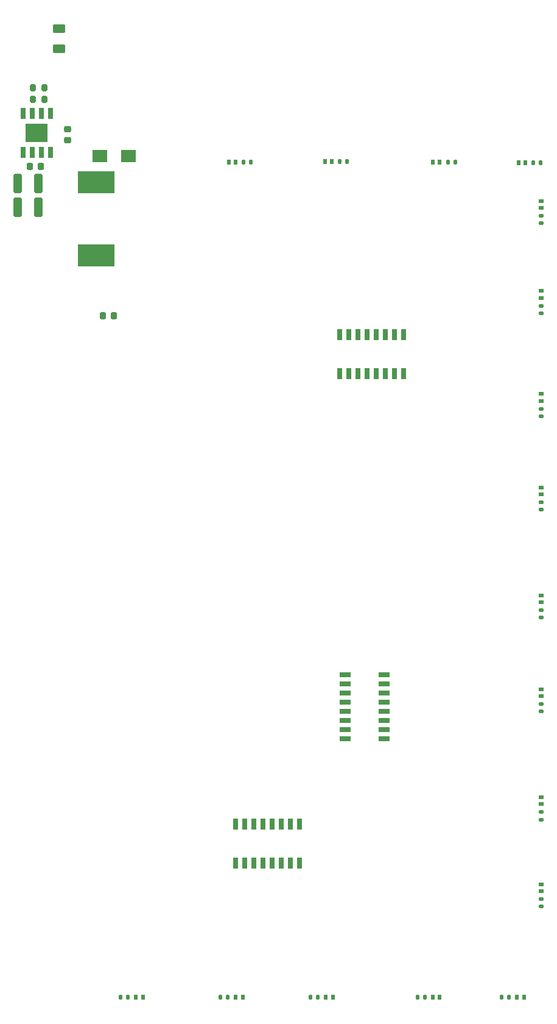
<source format=gtp>
G04 #@! TF.GenerationSoftware,KiCad,Pcbnew,(6.0.11)*
G04 #@! TF.CreationDate,2023-07-05T10:17:47+03:00*
G04 #@! TF.ProjectId,Pi Zero_Relay,5069205a-6572-46f5-9f52-656c61792e6b,rev?*
G04 #@! TF.SameCoordinates,Original*
G04 #@! TF.FileFunction,Paste,Top*
G04 #@! TF.FilePolarity,Positive*
%FSLAX46Y46*%
G04 Gerber Fmt 4.6, Leading zero omitted, Abs format (unit mm)*
G04 Created by KiCad (PCBNEW (6.0.11)) date 2023-07-05 10:17:47*
%MOMM*%
%LPD*%
G01*
G04 APERTURE LIST*
G04 Aperture macros list*
%AMRoundRect*
0 Rectangle with rounded corners*
0 $1 Rounding radius*
0 $2 $3 $4 $5 $6 $7 $8 $9 X,Y pos of 4 corners*
0 Add a 4 corners polygon primitive as box body*
4,1,4,$2,$3,$4,$5,$6,$7,$8,$9,$2,$3,0*
0 Add four circle primitives for the rounded corners*
1,1,$1+$1,$2,$3*
1,1,$1+$1,$4,$5*
1,1,$1+$1,$6,$7*
1,1,$1+$1,$8,$9*
0 Add four rect primitives between the rounded corners*
20,1,$1+$1,$2,$3,$4,$5,0*
20,1,$1+$1,$4,$5,$6,$7,0*
20,1,$1+$1,$6,$7,$8,$9,0*
20,1,$1+$1,$8,$9,$2,$3,0*%
G04 Aperture macros list end*
%ADD10RoundRect,0.225000X-0.225000X-0.250000X0.225000X-0.250000X0.225000X0.250000X-0.225000X0.250000X0*%
%ADD11RoundRect,0.135000X-0.135000X-0.185000X0.135000X-0.185000X0.135000X0.185000X-0.135000X0.185000X0*%
%ADD12RoundRect,0.135000X0.185000X-0.135000X0.185000X0.135000X-0.185000X0.135000X-0.185000X-0.135000X0*%
%ADD13RoundRect,0.200000X0.200000X0.275000X-0.200000X0.275000X-0.200000X-0.275000X0.200000X-0.275000X0*%
%ADD14R,0.600000X0.700000*%
%ADD15RoundRect,0.135000X0.135000X0.185000X-0.135000X0.185000X-0.135000X-0.185000X0.135000X-0.185000X0*%
%ADD16RoundRect,0.250000X-0.325000X-1.100000X0.325000X-1.100000X0.325000X1.100000X-0.325000X1.100000X0*%
%ADD17R,0.650000X1.525000*%
%ADD18RoundRect,0.200000X-0.200000X-0.275000X0.200000X-0.275000X0.200000X0.275000X-0.200000X0.275000X0*%
%ADD19RoundRect,0.225000X0.250000X-0.225000X0.250000X0.225000X-0.250000X0.225000X-0.250000X-0.225000X0*%
%ADD20R,0.700000X0.600000*%
%ADD21R,1.525000X0.650000*%
%ADD22RoundRect,0.250000X-0.625000X0.375000X-0.625000X-0.375000X0.625000X-0.375000X0.625000X0.375000X0*%
%ADD23R,2.020000X1.670000*%
%ADD24R,3.100000X2.600000*%
%ADD25R,5.100000X3.150000*%
G04 APERTURE END LIST*
D10*
X213550000Y-134900000D03*
X215100000Y-134900000D03*
D11*
X267515000Y-250300000D03*
X268535000Y-250300000D03*
D12*
X284725000Y-237725000D03*
X284725000Y-236705000D03*
D13*
X215650000Y-124000000D03*
X214000000Y-124000000D03*
D10*
X223719577Y-155634332D03*
X225269577Y-155634332D03*
D14*
X229300000Y-250300000D03*
X228350000Y-250300000D03*
D15*
X257722500Y-134270000D03*
X256702500Y-134270000D03*
D12*
X284725000Y-182610000D03*
X284725000Y-181590000D03*
D16*
X211850000Y-140600000D03*
X214800000Y-140600000D03*
D12*
X284725000Y-155285000D03*
X284725000Y-154265000D03*
D14*
X270600000Y-250300000D03*
X269650000Y-250300000D03*
D17*
X251070000Y-226288000D03*
X249800000Y-226288000D03*
X248530000Y-226288000D03*
X247260000Y-226288000D03*
X245990000Y-226288000D03*
X244720000Y-226288000D03*
X243450000Y-226288000D03*
X242180000Y-226288000D03*
X242180000Y-231712000D03*
X243450000Y-231712000D03*
X244720000Y-231712000D03*
X245990000Y-231712000D03*
X247260000Y-231712000D03*
X248530000Y-231712000D03*
X249800000Y-231712000D03*
X251070000Y-231712000D03*
D16*
X211850000Y-137300000D03*
X214800000Y-137300000D03*
D12*
X284725000Y-142810000D03*
X284725000Y-141790000D03*
D18*
X214000000Y-125600000D03*
X215650000Y-125600000D03*
D12*
X284725000Y-210635000D03*
X284725000Y-209615000D03*
D14*
X282300000Y-250300000D03*
X281350000Y-250300000D03*
D17*
X256680000Y-163712000D03*
X257950000Y-163712000D03*
X259220000Y-163712000D03*
X260490000Y-163712000D03*
X261760000Y-163712000D03*
X263030000Y-163712000D03*
X264300000Y-163712000D03*
X265570000Y-163712000D03*
X265570000Y-158288000D03*
X264300000Y-158288000D03*
X263030000Y-158288000D03*
X261760000Y-158288000D03*
X260490000Y-158288000D03*
X259220000Y-158288000D03*
X257950000Y-158288000D03*
X256680000Y-158288000D03*
D11*
X240077500Y-250300000D03*
X241097500Y-250300000D03*
D19*
X218825000Y-131275000D03*
X218825000Y-129725000D03*
D11*
X226227500Y-250300000D03*
X227247500Y-250300000D03*
D14*
X241250000Y-134300000D03*
X242200000Y-134300000D03*
D15*
X284642500Y-134370000D03*
X283622500Y-134370000D03*
D20*
X284725000Y-152225000D03*
X284725000Y-153175000D03*
D21*
X257413000Y-205555000D03*
X257413000Y-206825000D03*
X257413000Y-208095000D03*
X257413000Y-209365000D03*
X257413000Y-210635000D03*
X257413000Y-211905000D03*
X257413000Y-213175000D03*
X257413000Y-214445000D03*
X262837000Y-214445000D03*
X262837000Y-213175000D03*
X262837000Y-211905000D03*
X262837000Y-210635000D03*
X262837000Y-209365000D03*
X262837000Y-208095000D03*
X262837000Y-206825000D03*
X262837000Y-205555000D03*
D12*
X284725000Y-197597500D03*
X284725000Y-196577500D03*
X284725000Y-225635000D03*
X284725000Y-224615000D03*
D20*
X284725000Y-234625000D03*
X284725000Y-235575000D03*
X284725000Y-166525000D03*
X284725000Y-167475000D03*
D22*
X217625000Y-115800000D03*
X217625000Y-118600000D03*
D23*
X223325000Y-133500000D03*
X227325000Y-133500000D03*
D15*
X272722500Y-134300000D03*
X271702500Y-134300000D03*
D14*
X281570000Y-134370000D03*
X282520000Y-134370000D03*
X255700000Y-250300000D03*
X254750000Y-250300000D03*
D17*
X216455000Y-127538000D03*
X215185000Y-127538000D03*
X213915000Y-127538000D03*
X212645000Y-127538000D03*
X212645000Y-132962000D03*
X213915000Y-132962000D03*
X215185000Y-132962000D03*
X216455000Y-132962000D03*
D24*
X214550000Y-130250000D03*
D20*
X284725000Y-179525000D03*
X284725000Y-180475000D03*
D14*
X254650000Y-134270000D03*
X255600000Y-134270000D03*
D20*
X284725000Y-194525000D03*
X284725000Y-195475000D03*
D25*
X222825000Y-137100000D03*
X222825000Y-147300000D03*
D20*
X284725000Y-139737500D03*
X284725000Y-140687500D03*
D11*
X279215000Y-250300000D03*
X280235000Y-250300000D03*
D15*
X244335000Y-134300000D03*
X243315000Y-134300000D03*
D20*
X284725000Y-222525000D03*
X284725000Y-223475000D03*
D12*
X284725000Y-169620000D03*
X284725000Y-168600000D03*
D14*
X243187500Y-250300000D03*
X242237500Y-250300000D03*
D11*
X252615000Y-250300000D03*
X253635000Y-250300000D03*
D14*
X269650000Y-134300000D03*
X270600000Y-134300000D03*
D20*
X284725000Y-207525000D03*
X284725000Y-208475000D03*
M02*

</source>
